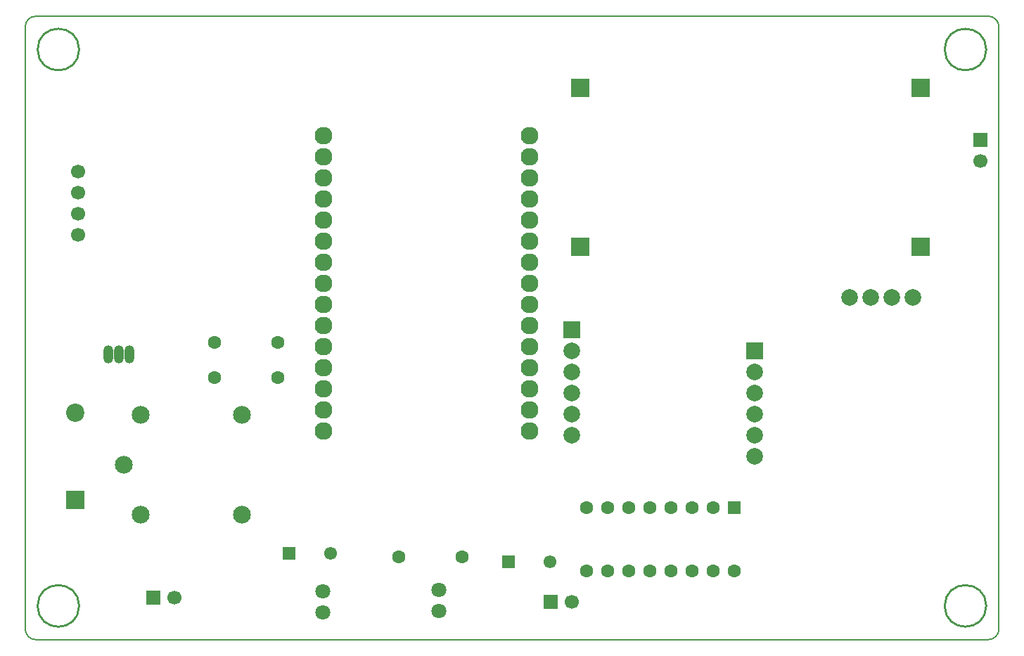
<source format=gts>
G04*
G04 #@! TF.GenerationSoftware,Altium Limited,Altium Designer,22.2.1 (43)*
G04*
G04 Layer_Color=8388736*
%FSLAX42Y42*%
%MOMM*%
G71*
G04*
G04 #@! TF.SameCoordinates,38A85AE6-A4D5-4193-AC1F-1DFF1A3BB725*
G04*
G04*
G04 #@! TF.FilePolarity,Negative*
G04*
G01*
G75*
%ADD13C,0.20*%
%ADD14C,0.25*%
%ADD18C,1.60*%
%ADD19R,1.60X1.60*%
%ADD20R,2.00X2.00*%
%ADD21C,2.00*%
%ADD22C,2.13*%
%ADD23R,2.20X2.20*%
%ADD24C,1.70*%
%ADD25R,1.70X1.70*%
%ADD26C,2.15*%
%ADD27C,1.55*%
%ADD28R,1.55X1.55*%
%ADD29R,1.70X1.70*%
%ADD30C,1.80*%
%ADD31C,2.20*%
%ADD32O,1.20X2.20*%
%ADD33O,1.20X2.20*%
D13*
X2908Y12421D02*
G03*
X2781Y12294I0J-127D01*
G01*
Y5042D02*
G03*
X2908Y4915I127J0D01*
G01*
X14376D02*
G03*
X14503Y5042I0J127D01*
G01*
Y12294D02*
G03*
X14376Y12421I-127J0D01*
G01*
X2908Y4915D02*
X14376D01*
X2908Y12421D02*
X2984D01*
X2781Y5042D02*
Y12294D01*
X14503Y5042D02*
Y12294D01*
X2984Y12421D02*
X14376D01*
D14*
X3430Y12020D02*
G03*
X3430Y12020I-250J0D01*
G01*
Y5320D02*
G03*
X3430Y5320I-250J0D01*
G01*
X14350D02*
G03*
X14350Y5320I-250J0D01*
G01*
Y12020D02*
G03*
X14350Y12020I-250J0D01*
G01*
D18*
X9538Y5740D02*
D03*
X9792D02*
D03*
X10046D02*
D03*
X10300D02*
D03*
X10554D02*
D03*
X10808D02*
D03*
X11062D02*
D03*
X11316D02*
D03*
X9538Y6502D02*
D03*
X9792D02*
D03*
X10046D02*
D03*
X10300D02*
D03*
X10554D02*
D03*
X10808D02*
D03*
X11062D02*
D03*
X5821Y8070D02*
D03*
X5059D02*
D03*
X7279Y5910D02*
D03*
X8041D02*
D03*
X5059Y8490D02*
D03*
X5821D02*
D03*
D19*
X11316Y6502D02*
D03*
D20*
X9360Y8649D02*
D03*
X11560Y8395D02*
D03*
D21*
X9360Y8141D02*
D03*
Y8395D02*
D03*
Y7379D02*
D03*
Y7633D02*
D03*
Y7887D02*
D03*
X11560Y8141D02*
D03*
Y7887D02*
D03*
Y7633D02*
D03*
Y7379D02*
D03*
Y7125D02*
D03*
X12960Y9034D02*
D03*
X12706D02*
D03*
X13468D02*
D03*
X13214D02*
D03*
D22*
X6375Y10986D02*
D03*
Y10732D02*
D03*
Y10478D02*
D03*
Y10224D02*
D03*
Y9969D02*
D03*
Y9715D02*
D03*
Y9461D02*
D03*
Y9207D02*
D03*
Y8954D02*
D03*
Y8700D02*
D03*
Y8446D02*
D03*
Y8192D02*
D03*
Y7938D02*
D03*
Y7683D02*
D03*
Y7429D02*
D03*
X8852Y10986D02*
D03*
Y10732D02*
D03*
Y10478D02*
D03*
Y10224D02*
D03*
Y9969D02*
D03*
Y9715D02*
D03*
Y9461D02*
D03*
Y9207D02*
D03*
Y8954D02*
D03*
Y8700D02*
D03*
Y8446D02*
D03*
Y8192D02*
D03*
Y7938D02*
D03*
Y7683D02*
D03*
Y7429D02*
D03*
D23*
X13564Y11557D02*
D03*
X9464D02*
D03*
X13564Y9647D02*
D03*
X9464D02*
D03*
X3380Y6597D02*
D03*
D24*
X14280Y10680D02*
D03*
X3420Y9788D02*
D03*
Y10042D02*
D03*
Y10296D02*
D03*
Y10550D02*
D03*
X9360Y5372D02*
D03*
X4574Y5420D02*
D03*
D25*
X14280Y10934D02*
D03*
D26*
X5390Y6420D02*
D03*
Y7620D02*
D03*
X4170D02*
D03*
Y6420D02*
D03*
X3970Y7020D02*
D03*
D27*
X9100Y5850D02*
D03*
X6460Y5950D02*
D03*
D28*
X8600Y5850D02*
D03*
X5960Y5950D02*
D03*
D29*
X9106Y5372D02*
D03*
X4320Y5420D02*
D03*
D30*
X6363Y5245D02*
D03*
Y5499D02*
D03*
X7760Y5258D02*
D03*
Y5512D02*
D03*
D31*
X3380Y7643D02*
D03*
D32*
X3783Y8350D02*
D03*
X4037D02*
D03*
D33*
X3910D02*
D03*
M02*

</source>
